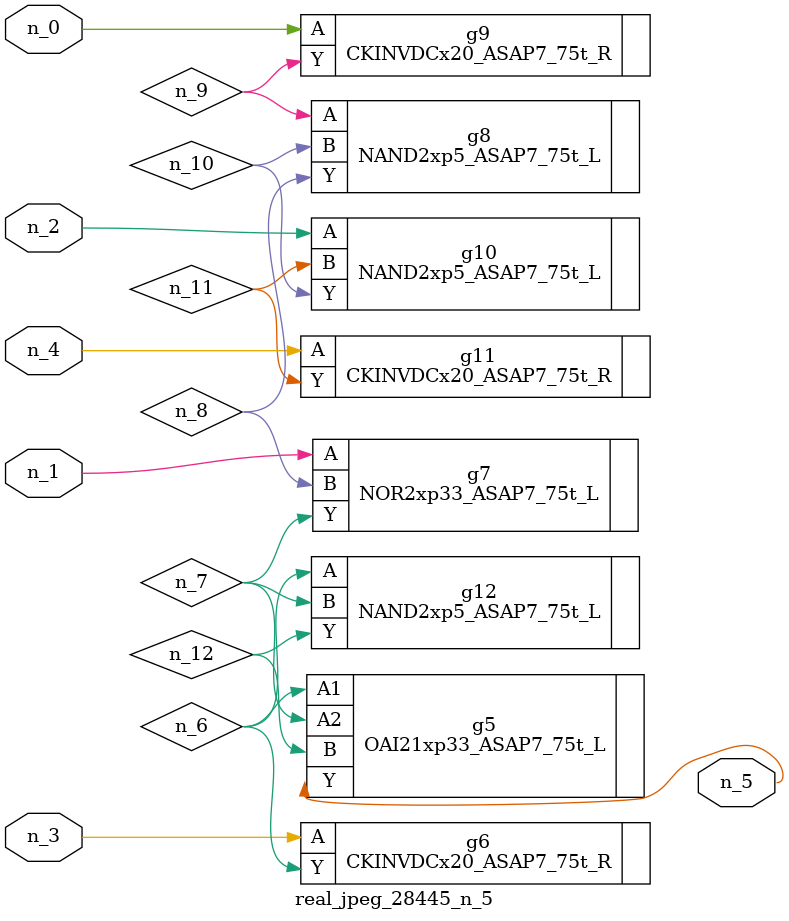
<source format=v>
module real_jpeg_28445_n_5 (n_4, n_0, n_1, n_2, n_3, n_5);

input n_4;
input n_0;
input n_1;
input n_2;
input n_3;

output n_5;

wire n_12;
wire n_8;
wire n_11;
wire n_6;
wire n_7;
wire n_10;
wire n_9;

CKINVDCx20_ASAP7_75t_R g9 ( 
.A(n_0),
.Y(n_9)
);

NOR2xp33_ASAP7_75t_L g7 ( 
.A(n_1),
.B(n_8),
.Y(n_7)
);

NAND2xp5_ASAP7_75t_L g10 ( 
.A(n_2),
.B(n_11),
.Y(n_10)
);

CKINVDCx20_ASAP7_75t_R g6 ( 
.A(n_3),
.Y(n_6)
);

CKINVDCx20_ASAP7_75t_R g11 ( 
.A(n_4),
.Y(n_11)
);

OAI21xp33_ASAP7_75t_L g5 ( 
.A1(n_6),
.A2(n_7),
.B(n_12),
.Y(n_5)
);

NAND2xp5_ASAP7_75t_L g12 ( 
.A(n_6),
.B(n_7),
.Y(n_12)
);

NAND2xp5_ASAP7_75t_L g8 ( 
.A(n_9),
.B(n_10),
.Y(n_8)
);


endmodule
</source>
